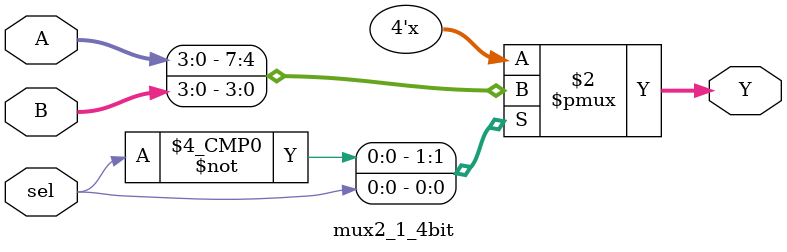
<source format=v>
module mux2_1_4bit (
    input  [3:0] A,     // Entrada 0
    input  [3:0] B,     // Entrada 1
    input        sel,   // Seleção: 0 = A, 1 = B
    output reg [3:0] Y  // Saída selecionada
);
    always @(*) begin
        case (sel)
            1'b0: Y = A;
            1'b1: Y = B;
        endcase
    end
endmodule

</source>
